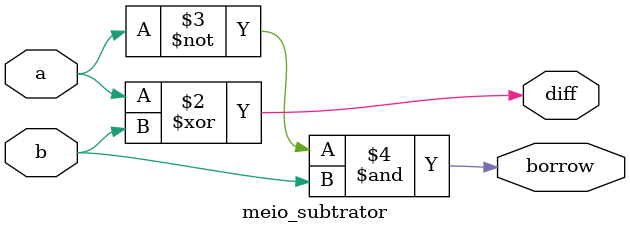
<source format=v>
`timescale 1ns/1ps

module meio_subtrator (
    input  wire a,      // minuendo (bit mais significativo do par a,b)
    input  wire b,      // subtraendo
    output reg  diff,   // diferença (a - b)
    output reg  borrow  // empréstimo quando b > a
);
    // Bloco combinacional sensível a todas as entradas
    always @* begin
        // 'diff' é o XOR entre a e b (bit a bit)
        diff   = a ^ b;
        // 'borrow' ocorre quando 'a' é 0 e 'b' é 1
        borrow = (~a) & b;
    end
endmodule

</source>
